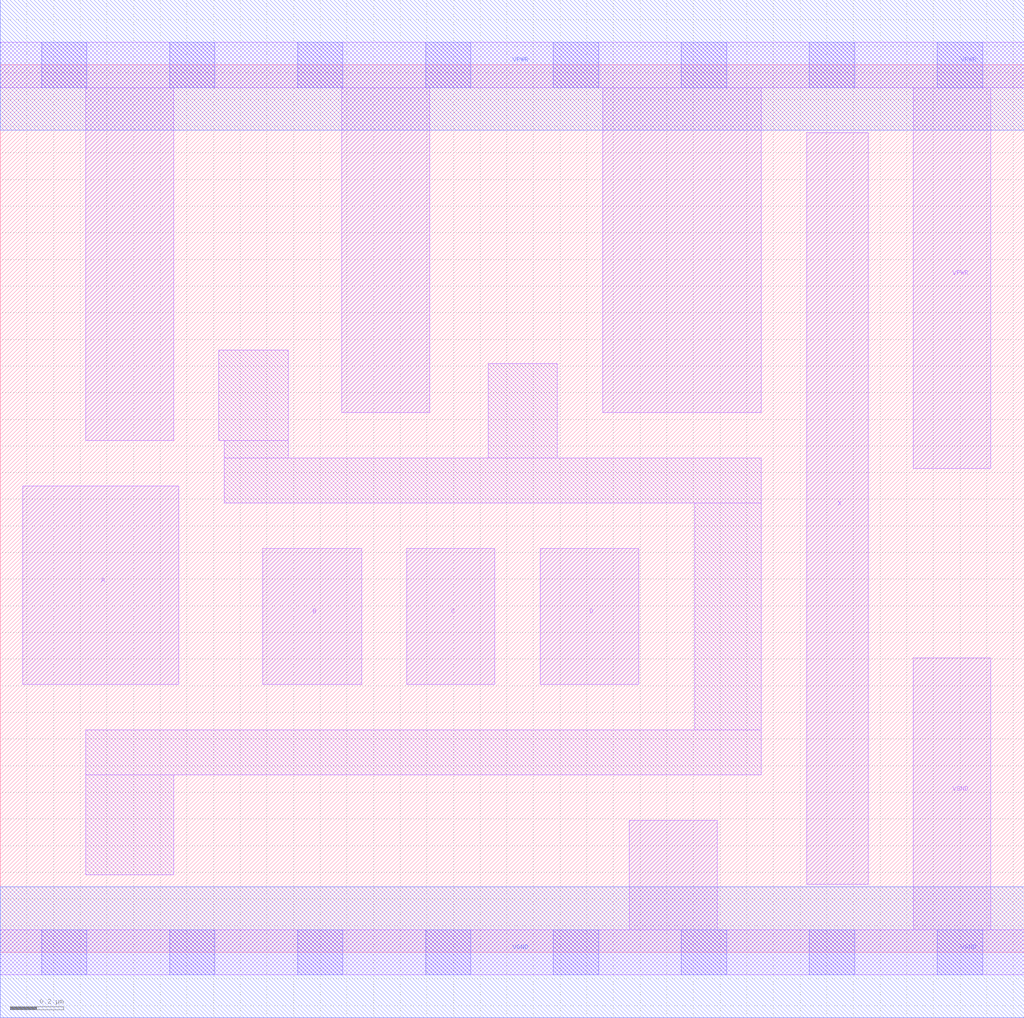
<source format=lef>
# Copyright 2020 The SkyWater PDK Authors
#
# Licensed under the Apache License, Version 2.0 (the "License");
# you may not use this file except in compliance with the License.
# You may obtain a copy of the License at
#
#     https://www.apache.org/licenses/LICENSE-2.0
#
# Unless required by applicable law or agreed to in writing, software
# distributed under the License is distributed on an "AS IS" BASIS,
# WITHOUT WARRANTIES OR CONDITIONS OF ANY KIND, either express or implied.
# See the License for the specific language governing permissions and
# limitations under the License.
#
# SPDX-License-Identifier: Apache-2.0

VERSION 5.7 ;
  NAMESCASESENSITIVE ON ;
  NOWIREEXTENSIONATPIN ON ;
  DIVIDERCHAR "/" ;
  BUSBITCHARS "[]" ;
UNITS
  DATABASE MICRONS 200 ;
END UNITS
MACRO sky130_fd_sc_lp__and4_2
  CLASS CORE ;
  SOURCE USER ;
  FOREIGN sky130_fd_sc_lp__and4_2 ;
  ORIGIN  0.000000  0.000000 ;
  SIZE  3.840000 BY  3.330000 ;
  SYMMETRY X Y R90 ;
  SITE unit ;
  PIN A
    ANTENNAGATEAREA  0.126000 ;
    DIRECTION INPUT ;
    USE SIGNAL ;
    PORT
      LAYER li1 ;
        RECT 0.085000 1.005000 0.670000 1.750000 ;
    END
  END A
  PIN B
    ANTENNAGATEAREA  0.126000 ;
    DIRECTION INPUT ;
    USE SIGNAL ;
    PORT
      LAYER li1 ;
        RECT 0.985000 1.005000 1.355000 1.515000 ;
    END
  END B
  PIN C
    ANTENNAGATEAREA  0.126000 ;
    DIRECTION INPUT ;
    USE SIGNAL ;
    PORT
      LAYER li1 ;
        RECT 1.525000 1.005000 1.855000 1.515000 ;
    END
  END C
  PIN D
    ANTENNAGATEAREA  0.126000 ;
    DIRECTION INPUT ;
    USE SIGNAL ;
    PORT
      LAYER li1 ;
        RECT 2.025000 1.005000 2.395000 1.515000 ;
    END
  END D
  PIN X
    ANTENNADIFFAREA  0.588000 ;
    DIRECTION OUTPUT ;
    USE SIGNAL ;
    PORT
      LAYER li1 ;
        RECT 3.025000 0.255000 3.255000 3.075000 ;
    END
  END X
  PIN VGND
    DIRECTION INOUT ;
    USE GROUND ;
    PORT
      LAYER li1 ;
        RECT 0.000000 -0.085000 3.840000 0.085000 ;
        RECT 2.360000  0.085000 2.690000 0.495000 ;
        RECT 3.425000  0.085000 3.715000 1.105000 ;
      LAYER mcon ;
        RECT 0.155000 -0.085000 0.325000 0.085000 ;
        RECT 0.635000 -0.085000 0.805000 0.085000 ;
        RECT 1.115000 -0.085000 1.285000 0.085000 ;
        RECT 1.595000 -0.085000 1.765000 0.085000 ;
        RECT 2.075000 -0.085000 2.245000 0.085000 ;
        RECT 2.555000 -0.085000 2.725000 0.085000 ;
        RECT 3.035000 -0.085000 3.205000 0.085000 ;
        RECT 3.515000 -0.085000 3.685000 0.085000 ;
      LAYER met1 ;
        RECT 0.000000 -0.245000 3.840000 0.245000 ;
    END
  END VGND
  PIN VPWR
    DIRECTION INOUT ;
    USE POWER ;
    PORT
      LAYER li1 ;
        RECT 0.000000 3.245000 3.840000 3.415000 ;
        RECT 0.320000 1.920000 0.650000 3.245000 ;
        RECT 1.280000 2.025000 1.610000 3.245000 ;
        RECT 2.260000 2.025000 2.855000 3.245000 ;
        RECT 3.425000 1.815000 3.715000 3.245000 ;
      LAYER mcon ;
        RECT 0.155000 3.245000 0.325000 3.415000 ;
        RECT 0.635000 3.245000 0.805000 3.415000 ;
        RECT 1.115000 3.245000 1.285000 3.415000 ;
        RECT 1.595000 3.245000 1.765000 3.415000 ;
        RECT 2.075000 3.245000 2.245000 3.415000 ;
        RECT 2.555000 3.245000 2.725000 3.415000 ;
        RECT 3.035000 3.245000 3.205000 3.415000 ;
        RECT 3.515000 3.245000 3.685000 3.415000 ;
      LAYER met1 ;
        RECT 0.000000 3.085000 3.840000 3.575000 ;
    END
  END VPWR
  OBS
    LAYER li1 ;
      RECT 0.320000 0.290000 0.650000 0.665000 ;
      RECT 0.320000 0.665000 2.855000 0.835000 ;
      RECT 0.820000 1.920000 1.080000 2.260000 ;
      RECT 0.840000 1.685000 2.855000 1.855000 ;
      RECT 0.840000 1.855000 1.080000 1.920000 ;
      RECT 1.830000 1.855000 2.090000 2.210000 ;
      RECT 2.605000 0.835000 2.855000 1.685000 ;
  END
END sky130_fd_sc_lp__and4_2

</source>
